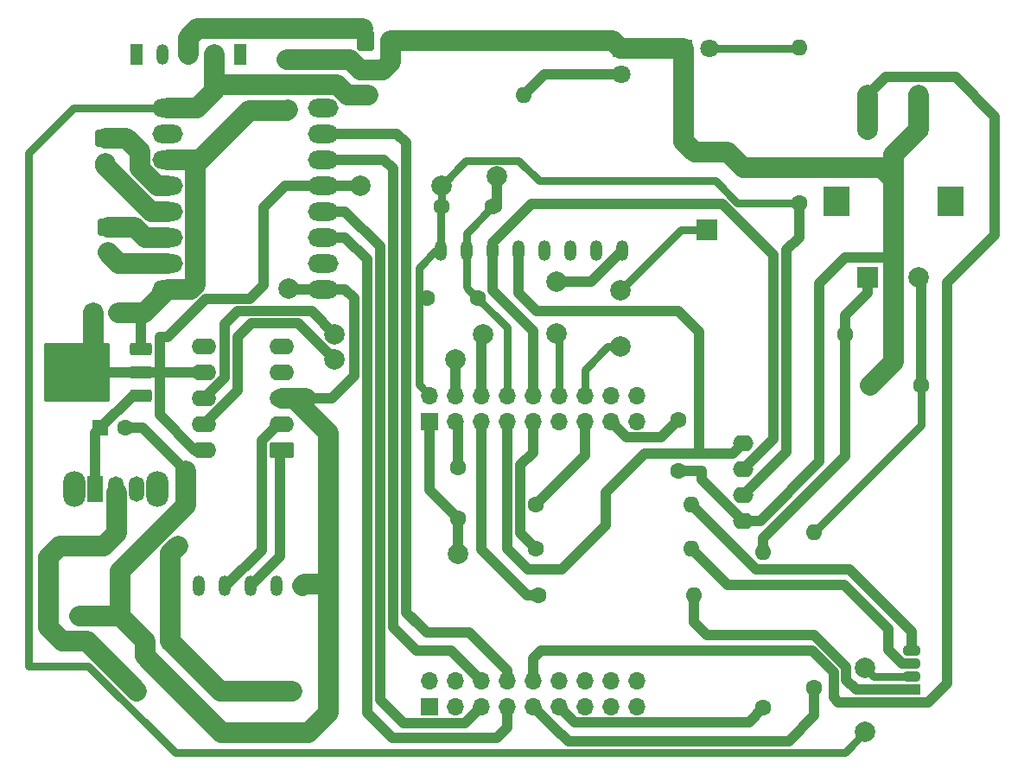
<source format=gbr>
%TF.GenerationSoftware,KiCad,Pcbnew,9.0.0*%
%TF.CreationDate,2025-03-06T14:02:59+09:00*%
%TF.ProjectId,8bots,38626f74-732e-46b6-9963-61645f706362,rev?*%
%TF.SameCoordinates,PX5466720PY8677d40*%
%TF.FileFunction,Copper,L2,Bot*%
%TF.FilePolarity,Positive*%
%FSLAX46Y46*%
G04 Gerber Fmt 4.6, Leading zero omitted, Abs format (unit mm)*
G04 Created by KiCad (PCBNEW 9.0.0) date 2025-03-06 14:02:59*
%MOMM*%
%LPD*%
G01*
G04 APERTURE LIST*
G04 Aperture macros list*
%AMRoundRect*
0 Rectangle with rounded corners*
0 $1 Rounding radius*
0 $2 $3 $4 $5 $6 $7 $8 $9 X,Y pos of 4 corners*
0 Add a 4 corners polygon primitive as box body*
4,1,4,$2,$3,$4,$5,$6,$7,$8,$9,$2,$3,0*
0 Add four circle primitives for the rounded corners*
1,1,$1+$1,$2,$3*
1,1,$1+$1,$4,$5*
1,1,$1+$1,$6,$7*
1,1,$1+$1,$8,$9*
0 Add four rect primitives between the rounded corners*
20,1,$1+$1,$2,$3,$4,$5,0*
20,1,$1+$1,$4,$5,$6,$7,0*
20,1,$1+$1,$6,$7,$8,$9,0*
20,1,$1+$1,$8,$9,$2,$3,0*%
%AMOutline4P*
0 Free polygon, 4 corners , with rotation*
0 The origin of the aperture is its center*
0 number of corners: always 4*
0 $1 to $8 corner X, Y*
0 $9 Rotation angle, in degrees counterclockwise*
0 create outline with 4 corners*
4,1,4,$1,$2,$3,$4,$5,$6,$7,$8,$1,$2,$9*%
G04 Aperture macros list end*
%TA.AperFunction,ComponentPad*%
%ADD10O,2.200000X3.500000*%
%TD*%
%TA.AperFunction,ComponentPad*%
%ADD11R,1.500000X2.500000*%
%TD*%
%TA.AperFunction,ComponentPad*%
%ADD12O,1.500000X2.500000*%
%TD*%
%TA.AperFunction,ComponentPad*%
%ADD13C,1.600000*%
%TD*%
%TA.AperFunction,ComponentPad*%
%ADD14O,1.600000X1.600000*%
%TD*%
%TA.AperFunction,ComponentPad*%
%ADD15Outline4P,-0.600000X-1.000000X0.600000X-1.000000X0.600000X1.000000X-0.600000X1.000000X0.000000*%
%TD*%
%TA.AperFunction,ComponentPad*%
%ADD16O,1.200000X2.000000*%
%TD*%
%TA.AperFunction,ComponentPad*%
%ADD17RoundRect,0.250000X0.750000X-0.600000X0.750000X0.600000X-0.750000X0.600000X-0.750000X-0.600000X0*%
%TD*%
%TA.AperFunction,ComponentPad*%
%ADD18O,2.000000X1.700000*%
%TD*%
%TA.AperFunction,ComponentPad*%
%ADD19R,1.700000X1.700000*%
%TD*%
%TA.AperFunction,ComponentPad*%
%ADD20O,1.700000X1.700000*%
%TD*%
%TA.AperFunction,ComponentPad*%
%ADD21R,2.000000X2.000000*%
%TD*%
%TA.AperFunction,ComponentPad*%
%ADD22C,2.000000*%
%TD*%
%TA.AperFunction,ComponentPad*%
%ADD23R,1.600000X1.600000*%
%TD*%
%TA.AperFunction,ComponentPad*%
%ADD24R,1.800000X1.800000*%
%TD*%
%TA.AperFunction,ComponentPad*%
%ADD25O,1.800000X1.800000*%
%TD*%
%TA.AperFunction,ComponentPad*%
%ADD26RoundRect,0.250000X-0.750000X0.600000X-0.750000X-0.600000X0.750000X-0.600000X0.750000X0.600000X0*%
%TD*%
%TA.AperFunction,ComponentPad*%
%ADD27C,1.800000*%
%TD*%
%TA.AperFunction,ComponentPad*%
%ADD28O,3.000000X1.800000*%
%TD*%
%TA.AperFunction,ComponentPad*%
%ADD29R,1.800000X1.100000*%
%TD*%
%TA.AperFunction,ComponentPad*%
%ADD30O,1.800000X1.100000*%
%TD*%
%TA.AperFunction,ComponentPad*%
%ADD31RoundRect,0.250000X-0.600000X-0.750000X0.600000X-0.750000X0.600000X0.750000X-0.600000X0.750000X0*%
%TD*%
%TA.AperFunction,ComponentPad*%
%ADD32O,1.700000X2.000000*%
%TD*%
%TA.AperFunction,ComponentPad*%
%ADD33O,2.000000X1.600000*%
%TD*%
%TA.AperFunction,ComponentPad*%
%ADD34R,2.500000X3.000000*%
%TD*%
%TA.AperFunction,ComponentPad*%
%ADD35RoundRect,0.250000X0.950000X0.550000X-0.950000X0.550000X-0.950000X-0.550000X0.950000X-0.550000X0*%
%TD*%
%TA.AperFunction,ComponentPad*%
%ADD36O,2.400000X1.600000*%
%TD*%
%TA.AperFunction,SMDPad,CuDef*%
%ADD37RoundRect,0.250000X0.850000X0.350000X-0.850000X0.350000X-0.850000X-0.350000X0.850000X-0.350000X0*%
%TD*%
%TA.AperFunction,SMDPad,CuDef*%
%ADD38RoundRect,0.250000X1.275000X1.125000X-1.275000X1.125000X-1.275000X-1.125000X1.275000X-1.125000X0*%
%TD*%
%TA.AperFunction,SMDPad,CuDef*%
%ADD39RoundRect,0.249997X2.950003X2.650003X-2.950003X2.650003X-2.950003X-2.650003X2.950003X-2.650003X0*%
%TD*%
%TA.AperFunction,ViaPad*%
%ADD40C,2.000000*%
%TD*%
%TA.AperFunction,ViaPad*%
%ADD41C,1.500000*%
%TD*%
%TA.AperFunction,Conductor*%
%ADD42C,0.800000*%
%TD*%
%TA.AperFunction,Conductor*%
%ADD43C,1.000000*%
%TD*%
%TA.AperFunction,Conductor*%
%ADD44C,2.000000*%
%TD*%
G04 APERTURE END LIST*
D10*
%TO.P,SW4,*%
%TO.N,*%
X5952000Y28351000D03*
X14152000Y28351000D03*
D11*
%TO.P,SW4,1,A*%
%TO.N,Net-(SW4-A)*%
X8052000Y28351000D03*
D12*
%TO.P,SW4,2,B*%
%TO.N,Net-(D4-K)*%
X10052000Y28351000D03*
%TO.P,SW4,3,C*%
%TO.N,unconnected-(SW4-C-Pad3)*%
X12052000Y28351000D03*
%TD*%
D13*
%TO.P,R9,1*%
%TO.N,+3V3*%
X77000000Y56380000D03*
D14*
%TO.P,R9,2*%
%TO.N,Net-(D2-A)*%
X77000000Y71620000D03*
%TD*%
D15*
%TO.P,SW3,*%
%TO.N,*%
X12084000Y70896000D03*
X22244000Y70896000D03*
D16*
%TO.P,SW3,1,A*%
%TO.N,unconnected-(SW3-A-Pad1)*%
X14624000Y70896000D03*
%TO.P,SW3,2,B*%
%TO.N,Net-(J5-Pin_1)*%
X17164000Y70896000D03*
%TO.P,SW3,3,C*%
%TO.N,/VBAT*%
X19704000Y70896000D03*
%TD*%
D13*
%TO.P,R11,1*%
%TO.N,Net-(D4-K)*%
X12084000Y8539000D03*
D14*
%TO.P,R11,2*%
%TO.N,Net-(D4-A)*%
X27324000Y8539000D03*
%TD*%
D17*
%TO.P,J1,1,Pin_1*%
%TO.N,Net-(D4-K)*%
X6479000Y13385000D03*
D18*
%TO.P,J1,2,Pin_2*%
%TO.N,GND*%
X6479000Y15885000D03*
%TD*%
D19*
%TO.P,U1,1,GND*%
%TO.N,GND*%
X40786000Y34955000D03*
D20*
%TO.P,U1,2,VDD*%
%TO.N,+3V3*%
X40786000Y37495000D03*
%TO.P,U1,3,EN*%
%TO.N,/EN*%
X43326000Y34955000D03*
%TO.P,U1,4,SENSOR_VP*%
%TO.N,unconnected-(U1-SENSOR_VP-Pad4)*%
X40786000Y9555000D03*
D19*
%TO.P,U1,5,SENSOR_VN*%
%TO.N,unconnected-(U1-SENSOR_VN-Pad5)*%
X40786000Y7015000D03*
D20*
%TO.P,U1,6,IO34*%
%TO.N,unconnected-(U1-IO34-Pad6)*%
X43326000Y9555000D03*
%TO.P,U1,7,IO35*%
%TO.N,unconnected-(U1-IO35-Pad7)*%
X43326000Y7015000D03*
%TO.P,U1,8,IO32*%
%TO.N,/AIN1*%
X45866000Y9555000D03*
%TO.P,U1,9,IO33*%
%TO.N,/BIN1*%
X45866000Y7015000D03*
%TO.P,U1,10,IO25*%
%TO.N,/AIN2*%
X48406000Y9555000D03*
%TO.P,U1,11,IO26*%
%TO.N,/BIN2*%
X48406000Y7015000D03*
%TO.P,U1,12,IO27*%
%TO.N,/ROT_SW*%
X50946000Y9555000D03*
%TO.P,U1,13,IO14*%
%TO.N,/ROT_B*%
X50946000Y7015000D03*
%TO.P,U1,14,IO12*%
%TO.N,unconnected-(U1-IO12-Pad14)*%
X53486000Y9555000D03*
%TO.P,U1,15,GND*%
%TO.N,GND*%
X48406000Y37495000D03*
%TO.P,U1,16,IO13*%
%TO.N,/ROT_A*%
X53486000Y7015000D03*
%TO.P,U1,17,SHD/SD2*%
%TO.N,unconnected-(U1-SHD{slash}SD2-Pad17)*%
X56026000Y9555000D03*
%TO.P,U1,18,SWP/SD3*%
%TO.N,unconnected-(U1-SWP{slash}SD3-Pad18)*%
X56026000Y7015000D03*
%TO.P,U1,19,SCS/CMD*%
%TO.N,unconnected-(U1-SCS{slash}CMD-Pad19)*%
X58566000Y9555000D03*
%TO.P,U1,20,SCK/CLK*%
%TO.N,unconnected-(U1-SCK{slash}CLK-Pad20)*%
X58566000Y7015000D03*
%TO.P,U1,21,SDO/SD0*%
%TO.N,unconnected-(U1-SDO{slash}SD0-Pad21)*%
X61106000Y9555000D03*
%TO.P,U1,22,SDI/SD1*%
%TO.N,unconnected-(U1-SDI{slash}SD1-Pad22)*%
X61106000Y7015000D03*
%TO.P,U1,23,IO15*%
%TO.N,unconnected-(U1-IO15-Pad23)*%
X61106000Y34955000D03*
%TO.P,U1,24,IO2*%
%TO.N,unconnected-(U1-IO2-Pad24)*%
X61106000Y37495000D03*
%TO.P,U1,25,IO0*%
%TO.N,/IO0*%
X58566000Y34955000D03*
%TO.P,U1,26,IO4*%
%TO.N,unconnected-(U1-IO4-Pad26)*%
X58566000Y37495000D03*
%TO.P,U1,27,IO16*%
%TO.N,/LED_G*%
X56026000Y34955000D03*
%TO.P,U1,28,IO17*%
%TO.N,/BUZZER*%
X56026000Y37495000D03*
%TO.P,U1,29,IO5*%
%TO.N,unconnected-(U1-IO5-Pad29)*%
X53486000Y34955000D03*
%TO.P,U1,30,IO18*%
%TO.N,/MPU_INT*%
X53486000Y37495000D03*
%TO.P,U1,31,IO19*%
%TO.N,/LED_B*%
X50946000Y34955000D03*
%TO.P,U1,33,IO21*%
%TO.N,/SCL*%
X50946000Y37495000D03*
%TO.P,U1,34,RXD0/IO3*%
%TO.N,/RX0*%
X45866000Y37495000D03*
%TO.P,U1,35,TXD0/IO1*%
%TO.N,/TX0*%
X43326000Y37495000D03*
%TO.P,U1,36,IO22*%
%TO.N,/SDA*%
X48406000Y34955000D03*
%TO.P,U1,37,IO23*%
%TO.N,/LED_R*%
X45866000Y34955000D03*
%TD*%
D13*
%TO.P,R6,1*%
%TO.N,/LED_R*%
X51454000Y17937000D03*
D14*
%TO.P,R6,2*%
%TO.N,Net-(D1-RK)*%
X66694000Y17937000D03*
%TD*%
D13*
%TO.P,C7,1*%
%TO.N,Net-(C7-Pad1)*%
X81500000Y43500000D03*
%TO.P,C7,2*%
%TO.N,GND*%
X86500000Y43500000D03*
%TD*%
D21*
%TO.P,BZ1,1,+*%
%TO.N,/BUZZER*%
X68000000Y53700000D03*
D22*
%TO.P,BZ1,2,-*%
%TO.N,GND*%
X68000000Y61300000D03*
%TD*%
D13*
%TO.P,C9,1*%
%TO.N,/ROT_SW*%
X83752000Y66959000D03*
%TO.P,C9,2*%
%TO.N,GND*%
X88752000Y66959000D03*
%TD*%
D23*
%TO.P,C5,1*%
%TO.N,+3V3*%
X7830888Y45623000D03*
D13*
%TO.P,C5,2*%
%TO.N,GND*%
X10330888Y45623000D03*
%TD*%
D24*
%TO.P,D4,1,K*%
%TO.N,Net-(D4-K)*%
X5988000Y22763000D03*
D25*
%TO.P,D4,2,A*%
%TO.N,Net-(D4-A)*%
X16148000Y22763000D03*
%TD*%
D16*
%TO.P,J2,1,VBUS*%
%TO.N,unconnected-(J2-VBUS-Pad1)*%
X18180000Y18833000D03*
%TO.P,J2,2,D-*%
%TO.N,Net-(J2-D-)*%
X20720000Y18833000D03*
%TO.P,J2,3,D+*%
%TO.N,Net-(J2-D+)*%
X23260000Y18833000D03*
%TO.P,J2,4,ID*%
%TO.N,unconnected-(J2-ID-Pad4)*%
X25800000Y18833000D03*
%TO.P,J2,5,GND*%
%TO.N,GND*%
X28340000Y18833000D03*
%TD*%
D26*
%TO.P,J3,1,Pin_1*%
%TO.N,Net-(J3-Pin_1)*%
X9036000Y62728000D03*
D18*
%TO.P,J3,2,Pin_2*%
%TO.N,Net-(J3-Pin_2)*%
X9036000Y60228000D03*
%TD*%
D13*
%TO.P,C6,1*%
%TO.N,+3V3*%
X42000000Y56000000D03*
%TO.P,C6,2*%
%TO.N,GND*%
X47000000Y56000000D03*
%TD*%
%TO.P,C2,1*%
%TO.N,/EN*%
X43580000Y30470000D03*
%TO.P,C2,2*%
%TO.N,GND*%
X43580000Y25470000D03*
%TD*%
D24*
%TO.P,D2,1,K*%
%TO.N,GND*%
X65678000Y71531000D03*
D27*
%TO.P,D2,2,A*%
%TO.N,Net-(D2-A)*%
X68218000Y71531000D03*
%TD*%
D13*
%TO.P,C1,1*%
%TO.N,+3V3*%
X40500000Y47020000D03*
%TO.P,C1,2*%
%TO.N,GND*%
X45500000Y47020000D03*
%TD*%
%TO.P,R3,1*%
%TO.N,/ROT_A*%
X73500000Y6880000D03*
D14*
%TO.P,R3,2*%
%TO.N,Net-(C7-Pad1)*%
X73500000Y22120000D03*
%TD*%
D13*
%TO.P,R4,1*%
%TO.N,/ROT_B*%
X78500000Y8880000D03*
D14*
%TO.P,R4,2*%
%TO.N,Net-(C8-Pad1)*%
X78500000Y24120000D03*
%TD*%
D16*
%TO.P,U3,1,VCC*%
%TO.N,+3V3*%
X41860000Y51650000D03*
%TO.P,U3,2,GND*%
%TO.N,GND*%
X44400000Y51650000D03*
%TO.P,U3,3,SCL*%
%TO.N,/SCL*%
X46940000Y51650000D03*
%TO.P,U3,4,SDA*%
%TO.N,/SDA*%
X49480000Y51650000D03*
%TO.P,U3,5,XDA*%
%TO.N,unconnected-(U3-XDA-Pad5)*%
X52020000Y51650000D03*
%TO.P,U3,6,XCL*%
%TO.N,unconnected-(U3-XCL-Pad6)*%
X54560000Y51650000D03*
%TO.P,U3,7,ADO*%
%TO.N,unconnected-(U3-ADO-Pad7)*%
X57100000Y51650000D03*
%TO.P,U3,8,INT*%
%TO.N,/MPU_INT*%
X59640000Y51650000D03*
%TD*%
D28*
%TO.P,U5,1,VM*%
%TO.N,/VBAT*%
X15132000Y65689000D03*
%TO.P,U5,2,NC*%
%TO.N,unconnected-(U5-NC-Pad2)*%
X15132000Y63149000D03*
%TO.P,U5,3,GND*%
%TO.N,GND*%
X15132000Y60609000D03*
%TO.P,U5,4,AO1*%
%TO.N,Net-(J3-Pin_1)*%
X15132000Y58069000D03*
%TO.P,U5,5,AO2*%
%TO.N,Net-(J3-Pin_2)*%
X15132000Y55529000D03*
%TO.P,U5,6,BO2*%
%TO.N,Net-(J4-Pin_1)*%
X15132000Y52989000D03*
%TO.P,U5,7,BO1*%
%TO.N,Net-(J4-Pin_2)*%
X15132000Y50449000D03*
%TO.P,U5,8,GND*%
%TO.N,GND*%
X15132000Y47909000D03*
%TO.P,U5,9,GND*%
X30372000Y47909000D03*
%TO.P,U5,10,NC*%
%TO.N,unconnected-(U5-NC-Pad10)*%
X30372000Y50449000D03*
%TO.P,U5,11,BIN2*%
%TO.N,/BIN2*%
X30372000Y52989000D03*
%TO.P,U5,12,BIN1*%
%TO.N,/BIN1*%
X30372000Y55529000D03*
%TO.P,U5,13,STBY*%
%TO.N,+3V3*%
X30372000Y58069000D03*
%TO.P,U5,14,AIN1*%
%TO.N,/AIN1*%
X30372000Y60609000D03*
%TO.P,U5,15,AIN2*%
%TO.N,/AIN2*%
X30372000Y63149000D03*
%TO.P,U5,16,NC*%
%TO.N,unconnected-(U5-NC-Pad16)*%
X30372000Y65689000D03*
%TD*%
D29*
%TO.P,D1,1,RK*%
%TO.N,Net-(D1-RK)*%
X88030000Y8666000D03*
D30*
%TO.P,D1,2,A*%
%TO.N,/VBAT*%
X88030000Y9936000D03*
%TO.P,D1,3,BK*%
%TO.N,Net-(D1-BK)*%
X88030000Y11206000D03*
%TO.P,D1,4,GK*%
%TO.N,Net-(D1-GK)*%
X88030000Y12476000D03*
%TD*%
D13*
%TO.P,C3,1*%
%TO.N,/IO0*%
X65170000Y35082000D03*
%TO.P,C3,2*%
%TO.N,GND*%
X65170000Y30082000D03*
%TD*%
D31*
%TO.P,J5,1,Pin_1*%
%TO.N,Net-(J5-Pin_1)*%
X34506800Y72284600D03*
D32*
%TO.P,J5,2,Pin_2*%
%TO.N,GND*%
X37006800Y72284600D03*
%TD*%
D23*
%TO.P,C4,1*%
%TO.N,Net-(SW4-A)*%
X8528000Y34320000D03*
D13*
%TO.P,C4,2*%
%TO.N,GND*%
X11028000Y34320000D03*
%TD*%
%TO.P,R8,1*%
%TO.N,/LED_B*%
X51200000Y22509000D03*
D14*
%TO.P,R8,2*%
%TO.N,Net-(D1-BK)*%
X66440000Y22509000D03*
%TD*%
D24*
%TO.P,D3,1,K*%
%TO.N,GND*%
X59582000Y71531000D03*
D27*
%TO.P,D3,2,A*%
%TO.N,Net-(D3-A)*%
X59582000Y68991000D03*
%TD*%
D13*
%TO.P,C8,1*%
%TO.N,Net-(C8-Pad1)*%
X89000000Y38500000D03*
%TO.P,C8,2*%
%TO.N,GND*%
X84000000Y38500000D03*
%TD*%
D33*
%TO.P,Brd1,1,GND*%
%TO.N,GND*%
X71508000Y25193000D03*
%TO.P,Brd1,2,VCC*%
%TO.N,+3V3*%
X71508000Y27733000D03*
%TO.P,Brd1,3,SCL*%
%TO.N,/SCL*%
X71508000Y30273000D03*
%TO.P,Brd1,4,SDA*%
%TO.N,/SDA*%
X71508000Y32813000D03*
%TD*%
D13*
%TO.P,R7,1*%
%TO.N,/LED_G*%
X51200000Y26827000D03*
D14*
%TO.P,R7,2*%
%TO.N,Net-(D1-GK)*%
X66440000Y26827000D03*
%TD*%
D21*
%TO.P,SW1,A,A*%
%TO.N,Net-(C7-Pad1)*%
X83752000Y49041000D03*
D22*
%TO.P,SW1,B,B*%
%TO.N,Net-(C8-Pad1)*%
X88752000Y49041000D03*
%TO.P,SW1,C,C*%
%TO.N,GND*%
X86252000Y49041000D03*
D34*
%TO.P,SW1,MP*%
%TO.N,N/C*%
X80652000Y56541000D03*
X91852000Y56541000D03*
D22*
%TO.P,SW1,S1,S1*%
%TO.N,/ROT_SW*%
X83752000Y63541000D03*
%TO.P,SW1,S2,S2*%
%TO.N,GND*%
X88752000Y63541000D03*
%TD*%
D13*
%TO.P,R10,1*%
%TO.N,/VBAT*%
X34740800Y66882800D03*
D14*
%TO.P,R10,2*%
%TO.N,Net-(D3-A)*%
X49980800Y66882800D03*
%TD*%
D23*
%TO.P,C10,1*%
%TO.N,Net-(D4-A)*%
X15396800Y13441200D03*
D13*
%TO.P,C10,2*%
%TO.N,GND*%
X12896800Y13441200D03*
%TD*%
D35*
%TO.P,U4,1,UD+*%
%TO.N,Net-(J2-D+)*%
X26308000Y32161000D03*
D36*
%TO.P,U4,2,UD-*%
%TO.N,Net-(J2-D-)*%
X26308000Y34701000D03*
%TO.P,U4,3,GND*%
%TO.N,GND*%
X26308000Y37241000D03*
%TO.P,U4,4,~{RTS}*%
%TO.N,unconnected-(U4-~{RTS}-Pad4)*%
X26308000Y39781000D03*
%TO.P,U4,5,~{CTS}*%
%TO.N,unconnected-(U4-~{CTS}-Pad5)*%
X26308000Y42321000D03*
%TO.P,U4,6,TNOW*%
%TO.N,unconnected-(U4-TNOW-Pad6)*%
X18688000Y42321000D03*
%TO.P,U4,7,VCC*%
%TO.N,+3V3*%
X18688000Y39781000D03*
%TO.P,U4,8,TXD*%
%TO.N,/RX0*%
X18688000Y37241000D03*
%TO.P,U4,9,RXD*%
%TO.N,/TX0*%
X18688000Y34701000D03*
%TO.P,U4,10,V3*%
%TO.N,+3V3*%
X18688000Y32161000D03*
%TD*%
D26*
%TO.P,J4,1,Pin_1*%
%TO.N,Net-(J4-Pin_1)*%
X9290000Y54005000D03*
D18*
%TO.P,J4,2,Pin_2*%
%TO.N,Net-(J4-Pin_2)*%
X9290000Y51505000D03*
%TD*%
D37*
%TO.P,U2,1,GND*%
%TO.N,GND*%
X12552000Y42061000D03*
%TO.P,U2,2,VO*%
%TO.N,+3V3*%
X12552000Y39781000D03*
D38*
X7927000Y38256000D03*
X7927000Y41306000D03*
D39*
X6252000Y39781000D03*
D38*
X4577000Y38256000D03*
X4577000Y41306000D03*
D37*
%TO.P,U2,3,VI*%
%TO.N,Net-(SW4-A)*%
X12552000Y37501000D03*
%TD*%
D40*
%TO.N,+3V3*%
X42000000Y58069000D03*
X34055000Y58069000D03*
%TO.N,GND*%
X30880000Y22250000D03*
X43580000Y22000000D03*
X17511500Y47988500D03*
D41*
X26816000Y65358800D03*
D40*
X47390000Y59000000D03*
X27000000Y48000000D03*
D41*
X47390000Y72284600D03*
X26816000Y70388000D03*
D40*
%TO.N,/BUZZER*%
X59500000Y47750000D03*
X59500000Y42250000D03*
%TO.N,/VBAT*%
X83500000Y10750000D03*
X83500000Y4500000D03*
%TO.N,/TX0*%
X31500000Y41000000D03*
X43326000Y41000000D03*
%TO.N,/RX0*%
X46000000Y43500000D03*
X31500000Y43500000D03*
%TO.N,/MPU_INT*%
X53250000Y43525000D03*
X53250000Y48605000D03*
%TD*%
D42*
%TO.N,+3V3*%
X41860000Y51650000D02*
X41860000Y52880000D01*
X41860000Y51650000D02*
X41400000Y51650000D01*
D43*
X75768999Y51731001D02*
X77000000Y52962002D01*
X14370000Y39400000D02*
X14370000Y35590000D01*
X71508000Y27733000D02*
X75768999Y31993999D01*
D42*
X41400000Y51650000D02*
X39750000Y50000000D01*
X70927050Y56380000D02*
X77000000Y56380000D01*
D43*
X14370000Y43210000D02*
X14370000Y39400000D01*
X14370000Y35590000D02*
X17799000Y32161000D01*
X77000000Y52962002D02*
X77000000Y56380000D01*
D42*
X44382000Y60451000D02*
X49549000Y60451000D01*
D43*
X18879576Y46951000D02*
X19450000Y46951000D01*
X18464288Y46535712D02*
X18879576Y46951000D01*
D44*
X7830888Y41402112D02*
X7927000Y41306000D01*
D42*
X51500000Y58500000D02*
X68807050Y58500000D01*
X68807050Y58500000D02*
X70927050Y56380000D01*
X49549000Y60451000D02*
X51500000Y58500000D01*
X39770000Y47020000D02*
X39750000Y47000000D01*
X39750000Y38531000D02*
X40786000Y37495000D01*
X40500000Y47020000D02*
X39770000Y47020000D01*
D43*
X10204400Y39781000D02*
X6252000Y39781000D01*
D42*
X39750000Y47000000D02*
X39750000Y38531000D01*
D44*
X7830888Y45623000D02*
X7830888Y41402112D01*
D42*
X40500000Y47020000D02*
X40500000Y47000000D01*
D43*
X14370000Y43210000D02*
X15138577Y43210000D01*
X12552000Y39781000D02*
X18688000Y39781000D01*
D42*
X41860000Y55860000D02*
X42000000Y56000000D01*
D43*
X33801000Y58069000D02*
X30372000Y58069000D01*
D42*
X42000000Y58069000D02*
X42000000Y56000000D01*
D43*
X34055000Y57815000D02*
X33801000Y58069000D01*
X12552000Y39781000D02*
X13989000Y39781000D01*
D42*
X39750000Y50000000D02*
X39750000Y47000000D01*
D43*
X29997577Y58069000D02*
X30372000Y58069000D01*
X15138577Y43210000D02*
X18464288Y46535712D01*
X12552000Y39781000D02*
X10204400Y39781000D01*
D42*
X42000000Y58069000D02*
X44382000Y60451000D01*
D43*
X13989000Y39781000D02*
X14370000Y39400000D01*
X23191000Y46951000D02*
X24530000Y48290000D01*
X24530000Y55910000D02*
X26689000Y58069000D01*
X75768999Y31993999D02*
X75768999Y51731001D01*
X26689000Y58069000D02*
X30372000Y58069000D01*
X19450000Y46951000D02*
X23191000Y46951000D01*
X17799000Y32161000D02*
X18688000Y32161000D01*
X24530000Y48290000D02*
X24530000Y55910000D01*
D42*
X41860000Y51650000D02*
X41860000Y55860000D01*
D43*
%TO.N,/SCL*%
X50946000Y37495000D02*
X50946000Y43804000D01*
X69500000Y56250000D02*
X74500000Y51250000D01*
X46940000Y47810000D02*
X46940000Y51650000D01*
X74500000Y51250000D02*
X74500000Y33265000D01*
X71508000Y30273000D02*
X71791000Y30273000D01*
X46940000Y51650000D02*
X46940000Y52440000D01*
X51200000Y37749000D02*
X50946000Y37495000D01*
X46940000Y52440000D02*
X50750000Y56250000D01*
X69500000Y56250000D02*
X50750000Y56250000D01*
X50946000Y43804000D02*
X46940000Y47810000D01*
X74500000Y33265000D02*
X71508000Y30273000D01*
D44*
%TO.N,GND*%
X23107600Y65358800D02*
X26816000Y65358800D01*
X17833000Y52100000D02*
X17833000Y60208000D01*
X26816000Y70388000D02*
X32994450Y70388000D01*
D43*
X33420000Y39400000D02*
X31261000Y37241000D01*
D44*
X30880000Y22250000D02*
X30880000Y33861000D01*
X17432000Y47909000D02*
X17511500Y47988500D01*
D43*
X71508000Y25193000D02*
X73193000Y25193000D01*
D44*
X70000000Y61300000D02*
X66750000Y61300000D01*
X86252000Y40752000D02*
X84000000Y38500000D01*
D43*
X79000000Y48500000D02*
X81500000Y51000000D01*
D44*
X17833000Y50830000D02*
X17833000Y52100000D01*
X15132000Y60609000D02*
X17432000Y60609000D01*
D43*
X12693600Y34320000D02*
X11028000Y34320000D01*
D44*
X30880000Y19000000D02*
X30880000Y22250000D01*
D43*
X81500000Y51000000D02*
X86252000Y51000000D01*
D44*
X17511500Y47988500D02*
X17833000Y48310000D01*
X71500000Y59800000D02*
X70000000Y61300000D01*
X26816000Y65358800D02*
X26917600Y65460400D01*
X30880000Y16293000D02*
X30880000Y19000000D01*
X16910000Y26700000D02*
X16910000Y30103600D01*
X28507000Y19000000D02*
X28340000Y18833000D01*
D43*
X12552000Y45329000D02*
X12846000Y45623000D01*
D44*
X86252000Y58600000D02*
X85052000Y59800000D01*
D42*
X44400000Y48120000D02*
X44400000Y51650000D01*
D44*
X32994450Y70388000D02*
X34010450Y69372000D01*
X12896800Y13441200D02*
X12896800Y11939200D01*
X20375000Y4461000D02*
X28961000Y4461000D01*
X12896800Y11939200D02*
X20375000Y4461000D01*
D43*
X29610000Y37241000D02*
X26308000Y37241000D01*
X79000000Y31000000D02*
X79000000Y48500000D01*
X48620000Y37709000D02*
X48406000Y37495000D01*
D44*
X37006800Y70164800D02*
X37006800Y72284600D01*
X30880000Y6380000D02*
X30880000Y16293000D01*
X49000000Y72284600D02*
X37006800Y72284600D01*
X30880000Y33861000D02*
X27500000Y37241000D01*
X65678000Y62372000D02*
X65678000Y71531000D01*
D43*
X30372000Y47909000D02*
X32531000Y47909000D01*
D44*
X86252000Y58600000D02*
X86252000Y61041000D01*
D43*
X47390000Y55950000D02*
X47421000Y55919000D01*
X40786000Y34955000D02*
X40786000Y28264000D01*
D42*
X44635000Y47885000D02*
X44400000Y48120000D01*
D44*
X10453000Y15885000D02*
X10453000Y20243000D01*
X36214000Y69372000D02*
X37006800Y70164800D01*
X27500000Y37241000D02*
X26308000Y37241000D01*
D43*
X31261000Y37241000D02*
X29610000Y37241000D01*
D42*
X44635000Y47885000D02*
X45500000Y47020000D01*
D43*
X33420000Y47020000D02*
X33420000Y39400000D01*
D42*
X44635000Y47885000D02*
X48406000Y44114000D01*
D44*
X86252000Y51000000D02*
X86252000Y49041000D01*
D43*
X73193000Y25193000D02*
X79000000Y31000000D01*
D44*
X12846000Y45623000D02*
X15132000Y47909000D01*
X65678000Y71531000D02*
X59582000Y71531000D01*
D43*
X12552000Y42061000D02*
X12552000Y45329000D01*
X16910000Y30103600D02*
X12693600Y34320000D01*
X43580000Y22000000D02*
X43580000Y21830000D01*
D44*
X15132000Y47909000D02*
X17432000Y47909000D01*
D43*
X40786000Y28264000D02*
X43580000Y25470000D01*
X43580000Y21830000D02*
X43500000Y21750000D01*
X47390000Y55950000D02*
X47430000Y55910000D01*
X30372000Y47909000D02*
X27091000Y47909000D01*
D44*
X59531000Y71531000D02*
X58777400Y72284600D01*
X58777400Y72284600D02*
X49000000Y72284600D01*
X17432000Y60609000D02*
X18357800Y60609000D01*
X28961000Y4461000D02*
X30880000Y6380000D01*
X88752000Y66959000D02*
X88752000Y63541000D01*
D42*
X44400000Y53400000D02*
X47000000Y56000000D01*
D44*
X10453000Y20243000D02*
X16910000Y26700000D01*
D43*
X67456000Y29245000D02*
X71508000Y25193000D01*
D42*
X48406000Y44114000D02*
X48406000Y37495000D01*
D44*
X66750000Y61300000D02*
X65678000Y62372000D01*
D43*
X32531000Y47909000D02*
X33420000Y47020000D01*
D44*
X28708000Y37241000D02*
X26308000Y37241000D01*
X17833000Y60208000D02*
X17432000Y60609000D01*
X30880000Y19000000D02*
X28507000Y19000000D01*
X85052000Y59800000D02*
X71500000Y59800000D01*
X34010450Y69372000D02*
X36214000Y69372000D01*
X86252000Y49041000D02*
X86252000Y40752000D01*
X10453000Y15885000D02*
X12896800Y13441200D01*
X10330888Y45623000D02*
X12846000Y45623000D01*
D43*
X27000000Y48000000D02*
X27091000Y47909000D01*
X47390000Y55950000D02*
X47390000Y59000000D01*
D44*
X86252000Y61041000D02*
X88752000Y63541000D01*
X17833000Y48310000D02*
X17833000Y50830000D01*
X86252000Y51000000D02*
X86252000Y58600000D01*
X59582000Y71531000D02*
X59531000Y71531000D01*
X6479000Y15885000D02*
X10453000Y15885000D01*
D43*
X67456000Y30082000D02*
X65170000Y30082000D01*
X43580000Y25470000D02*
X43580000Y22000000D01*
X67456000Y30082000D02*
X67456000Y29245000D01*
D42*
X44400000Y51650000D02*
X44400000Y53400000D01*
D44*
X18357800Y60609000D02*
X23107600Y65358800D01*
D43*
%TO.N,/SDA*%
X61868000Y31780000D02*
X67202000Y31780000D01*
X67202000Y31780000D02*
X70475000Y31780000D01*
X51250000Y45750000D02*
X49480000Y47520000D01*
X58058000Y27970000D02*
X61868000Y31780000D01*
X67202000Y43718000D02*
X65170000Y45750000D01*
X67202000Y31780000D02*
X67202000Y43718000D01*
X48406000Y34955000D02*
X48406000Y22509000D01*
X49480000Y47520000D02*
X49480000Y51650000D01*
X70475000Y31780000D02*
X71508000Y32813000D01*
X48406000Y22509000D02*
X50438000Y20477000D01*
X53740000Y20477000D02*
X58058000Y24795000D01*
X65170000Y45750000D02*
X51250000Y45750000D01*
X50438000Y20477000D02*
X53740000Y20477000D01*
X58058000Y24795000D02*
X58058000Y27970000D01*
D42*
%TO.N,/BUZZER*%
X59500000Y42250000D02*
X58250000Y42250000D01*
X65450000Y53700000D02*
X59500000Y47750000D01*
X58250000Y42250000D02*
X56026000Y40026000D01*
X56026000Y40026000D02*
X56026000Y37495000D01*
X68000000Y53700000D02*
X65450000Y53700000D01*
D43*
%TO.N,/EN*%
X43580000Y30470000D02*
X43580000Y34701000D01*
X43580000Y34701000D02*
X43326000Y34955000D01*
%TO.N,/IO0*%
X60117000Y33404000D02*
X63492000Y33404000D01*
X58566000Y34955000D02*
X60117000Y33404000D01*
X63492000Y33404000D02*
X65170000Y35082000D01*
%TO.N,Net-(SW4-A)*%
X11709000Y37501000D02*
X8528000Y34320000D01*
X8052000Y28351000D02*
X8052000Y33844000D01*
X8052000Y33844000D02*
X8528000Y34320000D01*
X12552000Y37501000D02*
X11709000Y37501000D01*
%TO.N,Net-(C7-Pad1)*%
X81500000Y43500000D02*
X81500000Y31500000D01*
X73500000Y23500000D02*
X73500000Y22120000D01*
X83752000Y48965000D02*
X83712000Y48925000D01*
X83752000Y47568000D02*
X81500000Y45316000D01*
X81500000Y45316000D02*
X81500000Y43500000D01*
X81500000Y31500000D02*
X73500000Y23500000D01*
X83752000Y49041000D02*
X83752000Y48965000D01*
X83752000Y49041000D02*
X83752000Y47568000D01*
%TO.N,/ROT_SW*%
X83752000Y66959000D02*
X85453000Y68660000D01*
X51708000Y12476000D02*
X50946000Y11714000D01*
X80375000Y7875000D02*
X80375000Y10375001D01*
X92348800Y68660000D02*
X96189800Y64819000D01*
D44*
X83752000Y66959000D02*
X83752000Y63541000D01*
D43*
X91500000Y48508800D02*
X91500000Y9299000D01*
X89631000Y7430000D02*
X80820000Y7430000D01*
X91500000Y9299000D02*
X89631000Y7430000D01*
X96189800Y64819000D02*
X96189800Y53198600D01*
X78274001Y12476000D02*
X51708000Y12476000D01*
X80375000Y10375001D02*
X78274001Y12476000D01*
X80820000Y7430000D02*
X80375000Y7875000D01*
X85453000Y68660000D02*
X92348800Y68660000D01*
X96189800Y53198600D02*
X91500000Y48508800D01*
X50946000Y11714000D02*
X50946000Y9555000D01*
D44*
%TO.N,Net-(D4-A)*%
X20299000Y8539000D02*
X15396800Y13441200D01*
X15396800Y22011800D02*
X16148000Y22763000D01*
X27324000Y8539000D02*
X20299000Y8539000D01*
X15396800Y13441200D02*
X15396800Y22011800D01*
D43*
%TO.N,Net-(D1-GK)*%
X88030000Y14381000D02*
X81934000Y20477000D01*
X72790000Y20477000D02*
X68726000Y24541000D01*
X66440000Y26827000D02*
X68726000Y24541000D01*
X88030000Y12476000D02*
X88030000Y14381000D01*
X81934000Y20477000D02*
X72790000Y20477000D01*
%TO.N,Net-(D1-RK)*%
X81625000Y9625000D02*
X81625000Y10875000D01*
X81625000Y10875000D02*
X78500000Y14000000D01*
X68000000Y14000000D02*
X66694000Y15306000D01*
X66694000Y15306000D02*
X66694000Y17937000D01*
X88030000Y8666000D02*
X82584000Y8666000D01*
X82584000Y8666000D02*
X81625000Y9625000D01*
X78500000Y14000000D02*
X68000000Y14000000D01*
%TO.N,Net-(D1-BK)*%
X85744000Y12603000D02*
X87141000Y11206000D01*
X69996000Y18953000D02*
X81426000Y18953000D01*
X85744000Y14635000D02*
X85744000Y12603000D01*
X81426000Y18953000D02*
X85744000Y14635000D01*
X66440000Y22509000D02*
X69996000Y18953000D01*
X87141000Y11206000D02*
X88030000Y11206000D01*
D44*
%TO.N,/VBAT*%
X19704000Y67898800D02*
X31733463Y67898800D01*
D42*
X88030000Y9936000D02*
X84314000Y9936000D01*
D44*
X19704000Y67898800D02*
X19704000Y70896000D01*
D42*
X1500000Y11000000D02*
X7358844Y11000000D01*
X5939000Y65689000D02*
X1500000Y61250000D01*
X84314000Y9936000D02*
X84250000Y10000000D01*
X15858844Y2500000D02*
X81500000Y2500000D01*
X15132000Y65689000D02*
X5939000Y65689000D01*
D44*
X32749463Y66882800D02*
X34740800Y66882800D01*
D42*
X81500000Y2500000D02*
X83500000Y4500000D01*
X7358844Y11000000D02*
X15858844Y2500000D01*
X1500000Y61250000D02*
X1500000Y11000000D01*
D44*
X19704000Y67340000D02*
X19704000Y67898800D01*
X31733463Y67898800D02*
X32749463Y66882800D01*
D42*
X84250000Y10000000D02*
X83500000Y10750000D01*
D44*
X18053000Y65689000D02*
X19704000Y67340000D01*
X15132000Y65689000D02*
X18053000Y65689000D01*
D42*
%TO.N,Net-(D2-A)*%
X68218000Y71531000D02*
X76911000Y71531000D01*
X76911000Y71531000D02*
X77000000Y71620000D01*
D43*
%TO.N,Net-(D3-A)*%
X49980800Y66882800D02*
X52089000Y68991000D01*
X52089000Y68991000D02*
X59582000Y68991000D01*
D44*
%TO.N,Net-(D4-K)*%
X6479000Y13385000D02*
X4825000Y13385000D01*
X4825000Y13385000D02*
X3441000Y14769000D01*
X10101000Y23976000D02*
X10101000Y27994422D01*
X6479000Y13385000D02*
X7238000Y13385000D01*
X5988000Y22763000D02*
X8888000Y22763000D01*
X8888000Y22763000D02*
X10101000Y23976000D01*
X3441000Y14769000D02*
X3441000Y21620000D01*
X7238000Y13385000D02*
X12084000Y8539000D01*
X3441000Y21620000D02*
X4584000Y22763000D01*
X4584000Y22763000D02*
X5988000Y22763000D01*
D43*
%TO.N,Net-(J2-D+)*%
X26308000Y32161000D02*
X26104800Y31957800D01*
X26104800Y31957800D02*
X26104800Y21677800D01*
X26104800Y21677800D02*
X23260000Y18833000D01*
%TO.N,Net-(J2-D-)*%
X24326800Y22331200D02*
X20828600Y18833000D01*
X24326800Y33031644D02*
X24326800Y22331200D01*
X25996156Y34701000D02*
X24326800Y33031644D01*
X20828600Y18833000D02*
X20720000Y18833000D01*
X26308000Y34701000D02*
X25996156Y34701000D01*
D44*
%TO.N,Net-(J3-Pin_1)*%
X9036000Y62728000D02*
X11108000Y62728000D01*
X11108000Y62728000D02*
X12431000Y61405000D01*
X12431000Y61405000D02*
X12431000Y59738737D01*
X12431000Y59738737D02*
X14100737Y58069000D01*
X14100737Y58069000D02*
X15132000Y58069000D01*
%TO.N,Net-(J3-Pin_2)*%
X9036000Y60021053D02*
X13528053Y55529000D01*
X13528053Y55529000D02*
X15132000Y55529000D01*
X9036000Y60228000D02*
X9036000Y60021053D01*
%TO.N,Net-(J4-Pin_2)*%
X10346000Y50449000D02*
X15132000Y50449000D01*
X9290000Y51505000D02*
X10346000Y50449000D01*
%TO.N,Net-(J4-Pin_1)*%
X9290000Y54005000D02*
X11939369Y54005000D01*
X11939369Y54005000D02*
X12955369Y52989000D01*
X12955369Y52989000D02*
X15132000Y52989000D01*
%TO.N,Net-(J5-Pin_1)*%
X34302100Y73436000D02*
X18053000Y73436000D01*
X17164000Y72547000D02*
X17164000Y70896000D01*
X18053000Y73436000D02*
X17164000Y72547000D01*
D43*
%TO.N,/ROT_B*%
X53736999Y4263001D02*
X54399000Y3601000D01*
X78500000Y6101000D02*
X78500000Y8880000D01*
X53697999Y4263001D02*
X53736999Y4263001D01*
X76000000Y3601000D02*
X78500000Y6101000D01*
X54399000Y3601000D02*
X76000000Y3601000D01*
X50946000Y7015000D02*
X53697999Y4263001D01*
%TO.N,/ROT_A*%
X72084000Y5464000D02*
X73500000Y6880000D01*
X53486000Y7015000D02*
X55037000Y5464000D01*
X55037000Y5464000D02*
X72084000Y5464000D01*
D42*
%TO.N,Net-(C8-Pad1)*%
X78500000Y24120000D02*
X89000000Y34620000D01*
X89000000Y34620000D02*
X89000000Y38500000D01*
D43*
X89000000Y48793000D02*
X88752000Y49041000D01*
X89000000Y38500000D02*
X89000000Y48793000D01*
%TO.N,/LED_R*%
X45866000Y34955000D02*
X45866000Y22393630D01*
X50322630Y17937000D02*
X51454000Y17937000D01*
X45866000Y22393630D02*
X50322630Y17937000D01*
%TO.N,/LED_G*%
X56026000Y34955000D02*
X56026000Y31653000D01*
X56026000Y31653000D02*
X51200000Y26827000D01*
%TO.N,/LED_B*%
X50946000Y34955000D02*
X50946000Y31907000D01*
X49699000Y24010000D02*
X51200000Y22509000D01*
X49699000Y30660000D02*
X49699000Y24010000D01*
X50946000Y31907000D02*
X49699000Y30660000D01*
%TO.N,/BIN2*%
X34690000Y50830000D02*
X34690000Y6380000D01*
X34690000Y6380000D02*
X37109000Y3961000D01*
X37109000Y3961000D02*
X47390000Y3961000D01*
X30372000Y52989000D02*
X32531000Y52989000D01*
X47390000Y3961000D02*
X48406000Y4977000D01*
X48406000Y4977000D02*
X48406000Y7015000D01*
X32531000Y52989000D02*
X34690000Y50830000D01*
%TO.N,/BIN1*%
X44235735Y5384735D02*
X38225265Y5384735D01*
X38225265Y5384735D02*
X35960000Y7650000D01*
X45866000Y7015000D02*
X44235735Y5384735D01*
X32531000Y55529000D02*
X30372000Y55529000D01*
X35960000Y52100000D02*
X32531000Y55529000D01*
X35960000Y7650000D02*
X35960000Y52100000D01*
%TO.N,/AIN2*%
X37611000Y63149000D02*
X30372000Y63149000D01*
X40500000Y14250000D02*
X39000000Y15750000D01*
X44656000Y14250000D02*
X40500000Y14250000D01*
X48406000Y10500000D02*
X44656000Y14250000D01*
X38500000Y16250000D02*
X40500000Y14250000D01*
X48406000Y9555000D02*
X48406000Y10500000D01*
X38500000Y23500000D02*
X38500000Y62260000D01*
X38500000Y62260000D02*
X37611000Y63149000D01*
X38500000Y23500000D02*
X38500000Y16250000D01*
%TO.N,/AIN1*%
X42921000Y12500000D02*
X45866000Y9555000D01*
X37230000Y59720000D02*
X37230000Y14770000D01*
X39500000Y12500000D02*
X42921000Y12500000D01*
X30372000Y60609000D02*
X36341000Y60609000D01*
X37230000Y14770000D02*
X39500000Y12500000D01*
X36341000Y60609000D02*
X37230000Y59720000D01*
%TO.N,/TX0*%
X23329000Y44549000D02*
X27951000Y44549000D01*
X31000000Y41500000D02*
X31500000Y41500000D01*
X18688000Y34701000D02*
X21990000Y38003000D01*
X27951000Y44549000D02*
X31000000Y41500000D01*
X43326000Y37495000D02*
X43326000Y41000000D01*
X21990000Y43210000D02*
X23329000Y44549000D01*
X21990000Y38003000D02*
X21990000Y43210000D01*
%TO.N,/RX0*%
X18688000Y37241000D02*
X20720000Y39273000D01*
X20720000Y39273000D02*
X20720000Y44480000D01*
X21990000Y45750000D02*
X24530000Y45750000D01*
X29250000Y45750000D02*
X31500000Y43500000D01*
X20720000Y44480000D02*
X21990000Y45750000D01*
X24530000Y45750000D02*
X29000000Y45750000D01*
X45866000Y43366000D02*
X45866000Y37495000D01*
X29000000Y45750000D02*
X29250000Y45750000D01*
X46000000Y43500000D02*
X45866000Y43366000D01*
D42*
%TO.N,/MPU_INT*%
X53486000Y37495000D02*
X53486000Y43289000D01*
X53486000Y43289000D02*
X53250000Y43525000D01*
D43*
X53250000Y48605000D02*
X56595000Y48605000D01*
X56595000Y48605000D02*
X59640000Y51650000D01*
%TD*%
M02*

</source>
